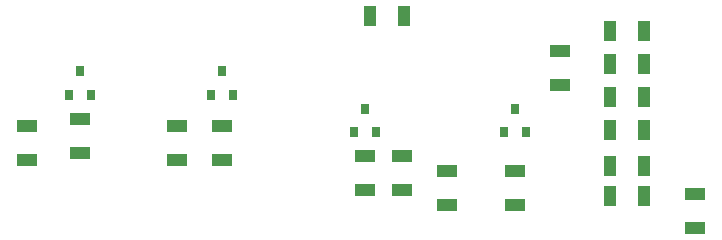
<source format=gbr>
%TF.GenerationSoftware,Altium Limited,Altium Designer,19.1.8 (144)*%
G04 Layer_Color=128*
%FSLAX26Y26*%
%MOIN*%
%TF.FileFunction,Paste,Bot*%
%TF.Part,Single*%
G01*
G75*
%TA.AperFunction,SMDPad,CuDef*%
%ADD24R,0.066929X0.043307*%
%ADD25R,0.043307X0.066929*%
%ADD26R,0.031496X0.035433*%
D24*
X2300000Y1207087D02*
D03*
Y1092913D02*
D03*
X1850000Y1567913D02*
D03*
Y1682087D02*
D03*
X725000Y1317913D02*
D03*
Y1432087D02*
D03*
X1700000Y1167913D02*
D03*
Y1282087D02*
D03*
X575000Y1317913D02*
D03*
Y1432087D02*
D03*
X75000Y1317913D02*
D03*
Y1432087D02*
D03*
X250000Y1457087D02*
D03*
Y1342913D02*
D03*
X1475000Y1282087D02*
D03*
Y1167913D02*
D03*
X1325000Y1332087D02*
D03*
Y1217913D02*
D03*
X1200000Y1332087D02*
D03*
Y1217913D02*
D03*
D25*
X1217913Y1800000D02*
D03*
X1332086D02*
D03*
X2132087Y1749999D02*
D03*
X2017913D02*
D03*
Y1418749D02*
D03*
X2132087D02*
D03*
Y1529166D02*
D03*
X2017913D02*
D03*
X2132087Y1197916D02*
D03*
X2017913D02*
D03*
X2132087Y1639583D02*
D03*
X2017913D02*
D03*
Y1300000D02*
D03*
X2132087D02*
D03*
D26*
X1237402Y1410630D02*
D03*
X1162599D02*
D03*
X1200000Y1489370D02*
D03*
X1737402Y1410630D02*
D03*
X1662599D02*
D03*
X1700000Y1489370D02*
D03*
X762402Y1535630D02*
D03*
X687598D02*
D03*
X725000Y1614370D02*
D03*
X287402Y1535630D02*
D03*
X212599D02*
D03*
X250000Y1614370D02*
D03*
%TF.MD5,ebc6ca6c1de91e9e6fe996e87ba2c0e2*%
M02*

</source>
